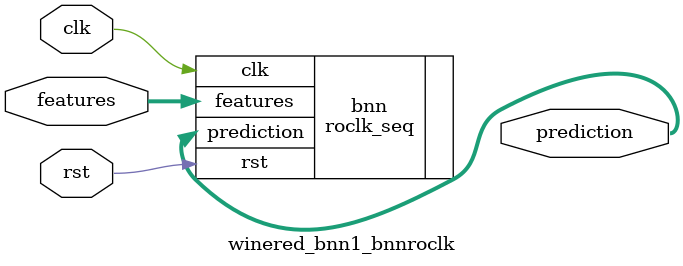
<source format=v>













module winered_bnn1_bnnroclk #(

parameter FEAT_CNT = 11,
parameter HIDDEN_CNT = 40,
parameter FEAT_BITS = 4,
parameter CLASS_CNT = 6,
parameter TEST_CNT = 1000


  ) (
  input clk,
  input rst,
  input [FEAT_CNT*FEAT_BITS-1:0] features,
  output [$clog2(CLASS_CNT)-1:0] prediction
  );

  localparam Weights0 = 440'b11101100111111100100101100110010011011110110111111101101011011000101100010011000011100010100101010010000111110001110100110011010100011010100001101110011000000011110001100111000111000000010110101110111101111111000101110110001010110011111100000101010011100101001111011101110111001010100110111000110111111000101110111100001000000011011111010111001101100001010010111011100011001101010110110010000011110100000101000110010000011100000000110011000 ;
  localparam Weights1 = 240'b101011110101010111101111010101000101111001101110110011111110010011110100100011101000101011111101111001010101001011000101101011100011011000100010000100100000001111000110100000011011100000011101001111010010001011110000001101110000010000111001 ;

  roclk_seq #(.FEAT_CNT(FEAT_CNT),.FEAT_BITS(FEAT_BITS),.HIDDEN_CNT(HIDDEN_CNT),.CLASS_CNT(CLASS_CNT),.Weights0(Weights0),.Weights1(Weights1)) bnn (
    .clk(clk),
    .rst(rst),
    .features(features),
    .prediction(prediction)
  );

endmodule

</source>
